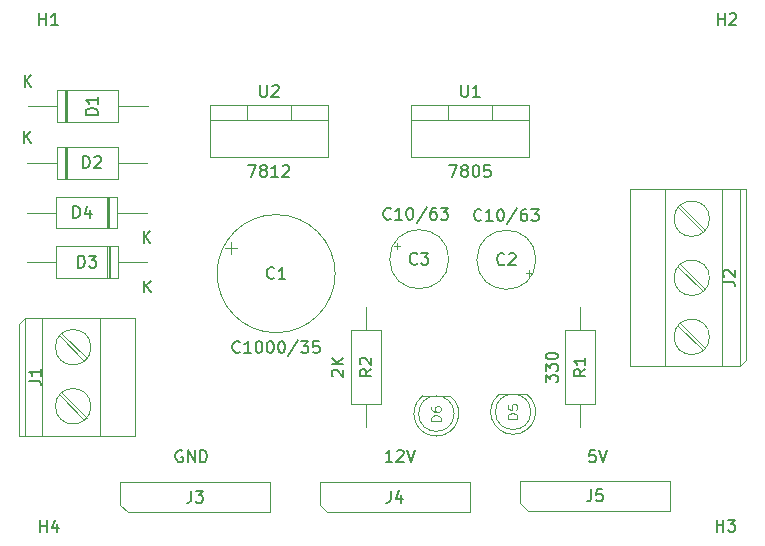
<source format=gbr>
%TF.GenerationSoftware,KiCad,Pcbnew,8.0.7*%
%TF.CreationDate,2025-08-08T15:29:20+05:30*%
%TF.ProjectId,power board_v1,706f7765-7220-4626-9f61-72645f76312e,rev?*%
%TF.SameCoordinates,Original*%
%TF.FileFunction,AssemblyDrawing,Top*%
%FSLAX46Y46*%
G04 Gerber Fmt 4.6, Leading zero omitted, Abs format (unit mm)*
G04 Created by KiCad (PCBNEW 8.0.7) date 2025-08-08 15:29:20*
%MOMM*%
%LPD*%
G01*
G04 APERTURE LIST*
%ADD10C,0.150000*%
%ADD11C,0.120000*%
%ADD12C,0.100000*%
G04 APERTURE END LIST*
D10*
X40351905Y-50904819D02*
X40351905Y-49904819D01*
X40351905Y-49904819D02*
X40590000Y-49904819D01*
X40590000Y-49904819D02*
X40732857Y-49952438D01*
X40732857Y-49952438D02*
X40828095Y-50047676D01*
X40828095Y-50047676D02*
X40875714Y-50142914D01*
X40875714Y-50142914D02*
X40923333Y-50333390D01*
X40923333Y-50333390D02*
X40923333Y-50476247D01*
X40923333Y-50476247D02*
X40875714Y-50666723D01*
X40875714Y-50666723D02*
X40828095Y-50761961D01*
X40828095Y-50761961D02*
X40732857Y-50857200D01*
X40732857Y-50857200D02*
X40590000Y-50904819D01*
X40590000Y-50904819D02*
X40351905Y-50904819D01*
X41304286Y-50000057D02*
X41351905Y-49952438D01*
X41351905Y-49952438D02*
X41447143Y-49904819D01*
X41447143Y-49904819D02*
X41685238Y-49904819D01*
X41685238Y-49904819D02*
X41780476Y-49952438D01*
X41780476Y-49952438D02*
X41828095Y-50000057D01*
X41828095Y-50000057D02*
X41875714Y-50095295D01*
X41875714Y-50095295D02*
X41875714Y-50190533D01*
X41875714Y-50190533D02*
X41828095Y-50333390D01*
X41828095Y-50333390D02*
X41256667Y-50904819D01*
X41256667Y-50904819D02*
X41875714Y-50904819D01*
X35358095Y-48804819D02*
X35358095Y-47804819D01*
X35929523Y-48804819D02*
X35500952Y-48233390D01*
X35929523Y-47804819D02*
X35358095Y-48376247D01*
X36688095Y-81729819D02*
X36688095Y-80729819D01*
X36688095Y-81206009D02*
X37259523Y-81206009D01*
X37259523Y-81729819D02*
X37259523Y-80729819D01*
X38164285Y-81063152D02*
X38164285Y-81729819D01*
X37926190Y-80682200D02*
X37688095Y-81396485D01*
X37688095Y-81396485D02*
X38307142Y-81396485D01*
X54338095Y-50649819D02*
X55004761Y-50649819D01*
X55004761Y-50649819D02*
X54576190Y-51649819D01*
X55528571Y-51078390D02*
X55433333Y-51030771D01*
X55433333Y-51030771D02*
X55385714Y-50983152D01*
X55385714Y-50983152D02*
X55338095Y-50887914D01*
X55338095Y-50887914D02*
X55338095Y-50840295D01*
X55338095Y-50840295D02*
X55385714Y-50745057D01*
X55385714Y-50745057D02*
X55433333Y-50697438D01*
X55433333Y-50697438D02*
X55528571Y-50649819D01*
X55528571Y-50649819D02*
X55719047Y-50649819D01*
X55719047Y-50649819D02*
X55814285Y-50697438D01*
X55814285Y-50697438D02*
X55861904Y-50745057D01*
X55861904Y-50745057D02*
X55909523Y-50840295D01*
X55909523Y-50840295D02*
X55909523Y-50887914D01*
X55909523Y-50887914D02*
X55861904Y-50983152D01*
X55861904Y-50983152D02*
X55814285Y-51030771D01*
X55814285Y-51030771D02*
X55719047Y-51078390D01*
X55719047Y-51078390D02*
X55528571Y-51078390D01*
X55528571Y-51078390D02*
X55433333Y-51126009D01*
X55433333Y-51126009D02*
X55385714Y-51173628D01*
X55385714Y-51173628D02*
X55338095Y-51268866D01*
X55338095Y-51268866D02*
X55338095Y-51459342D01*
X55338095Y-51459342D02*
X55385714Y-51554580D01*
X55385714Y-51554580D02*
X55433333Y-51602200D01*
X55433333Y-51602200D02*
X55528571Y-51649819D01*
X55528571Y-51649819D02*
X55719047Y-51649819D01*
X55719047Y-51649819D02*
X55814285Y-51602200D01*
X55814285Y-51602200D02*
X55861904Y-51554580D01*
X55861904Y-51554580D02*
X55909523Y-51459342D01*
X55909523Y-51459342D02*
X55909523Y-51268866D01*
X55909523Y-51268866D02*
X55861904Y-51173628D01*
X55861904Y-51173628D02*
X55814285Y-51126009D01*
X55814285Y-51126009D02*
X55719047Y-51078390D01*
X56861904Y-51649819D02*
X56290476Y-51649819D01*
X56576190Y-51649819D02*
X56576190Y-50649819D01*
X56576190Y-50649819D02*
X56480952Y-50792676D01*
X56480952Y-50792676D02*
X56385714Y-50887914D01*
X56385714Y-50887914D02*
X56290476Y-50935533D01*
X57242857Y-50745057D02*
X57290476Y-50697438D01*
X57290476Y-50697438D02*
X57385714Y-50649819D01*
X57385714Y-50649819D02*
X57623809Y-50649819D01*
X57623809Y-50649819D02*
X57719047Y-50697438D01*
X57719047Y-50697438D02*
X57766666Y-50745057D01*
X57766666Y-50745057D02*
X57814285Y-50840295D01*
X57814285Y-50840295D02*
X57814285Y-50935533D01*
X57814285Y-50935533D02*
X57766666Y-51078390D01*
X57766666Y-51078390D02*
X57195238Y-51649819D01*
X57195238Y-51649819D02*
X57814285Y-51649819D01*
X55338095Y-43879819D02*
X55338095Y-44689342D01*
X55338095Y-44689342D02*
X55385714Y-44784580D01*
X55385714Y-44784580D02*
X55433333Y-44832200D01*
X55433333Y-44832200D02*
X55528571Y-44879819D01*
X55528571Y-44879819D02*
X55719047Y-44879819D01*
X55719047Y-44879819D02*
X55814285Y-44832200D01*
X55814285Y-44832200D02*
X55861904Y-44784580D01*
X55861904Y-44784580D02*
X55909523Y-44689342D01*
X55909523Y-44689342D02*
X55909523Y-43879819D01*
X56338095Y-43975057D02*
X56385714Y-43927438D01*
X56385714Y-43927438D02*
X56480952Y-43879819D01*
X56480952Y-43879819D02*
X56719047Y-43879819D01*
X56719047Y-43879819D02*
X56814285Y-43927438D01*
X56814285Y-43927438D02*
X56861904Y-43975057D01*
X56861904Y-43975057D02*
X56909523Y-44070295D01*
X56909523Y-44070295D02*
X56909523Y-44165533D01*
X56909523Y-44165533D02*
X56861904Y-44308390D01*
X56861904Y-44308390D02*
X56290476Y-44879819D01*
X56290476Y-44879819D02*
X56909523Y-44879819D01*
X36638095Y-38804819D02*
X36638095Y-37804819D01*
X36638095Y-38281009D02*
X37209523Y-38281009D01*
X37209523Y-38804819D02*
X37209523Y-37804819D01*
X38209523Y-38804819D02*
X37638095Y-38804819D01*
X37923809Y-38804819D02*
X37923809Y-37804819D01*
X37923809Y-37804819D02*
X37828571Y-37947676D01*
X37828571Y-37947676D02*
X37733333Y-38042914D01*
X37733333Y-38042914D02*
X37638095Y-38090533D01*
X35383095Y-44029819D02*
X35383095Y-43029819D01*
X35954523Y-44029819D02*
X35525952Y-43458390D01*
X35954523Y-43029819D02*
X35383095Y-43601247D01*
X41569819Y-46413094D02*
X40569819Y-46413094D01*
X40569819Y-46413094D02*
X40569819Y-46174999D01*
X40569819Y-46174999D02*
X40617438Y-46032142D01*
X40617438Y-46032142D02*
X40712676Y-45936904D01*
X40712676Y-45936904D02*
X40807914Y-45889285D01*
X40807914Y-45889285D02*
X40998390Y-45841666D01*
X40998390Y-45841666D02*
X41141247Y-45841666D01*
X41141247Y-45841666D02*
X41331723Y-45889285D01*
X41331723Y-45889285D02*
X41426961Y-45936904D01*
X41426961Y-45936904D02*
X41522200Y-46032142D01*
X41522200Y-46032142D02*
X41569819Y-46174999D01*
X41569819Y-46174999D02*
X41569819Y-46413094D01*
X41569819Y-44889285D02*
X41569819Y-45460713D01*
X41569819Y-45174999D02*
X40569819Y-45174999D01*
X40569819Y-45174999D02*
X40712676Y-45270237D01*
X40712676Y-45270237D02*
X40807914Y-45365475D01*
X40807914Y-45365475D02*
X40855533Y-45460713D01*
X48733095Y-74852438D02*
X48637857Y-74804819D01*
X48637857Y-74804819D02*
X48495000Y-74804819D01*
X48495000Y-74804819D02*
X48352143Y-74852438D01*
X48352143Y-74852438D02*
X48256905Y-74947676D01*
X48256905Y-74947676D02*
X48209286Y-75042914D01*
X48209286Y-75042914D02*
X48161667Y-75233390D01*
X48161667Y-75233390D02*
X48161667Y-75376247D01*
X48161667Y-75376247D02*
X48209286Y-75566723D01*
X48209286Y-75566723D02*
X48256905Y-75661961D01*
X48256905Y-75661961D02*
X48352143Y-75757200D01*
X48352143Y-75757200D02*
X48495000Y-75804819D01*
X48495000Y-75804819D02*
X48590238Y-75804819D01*
X48590238Y-75804819D02*
X48733095Y-75757200D01*
X48733095Y-75757200D02*
X48780714Y-75709580D01*
X48780714Y-75709580D02*
X48780714Y-75376247D01*
X48780714Y-75376247D02*
X48590238Y-75376247D01*
X49209286Y-75804819D02*
X49209286Y-74804819D01*
X49209286Y-74804819D02*
X49780714Y-75804819D01*
X49780714Y-75804819D02*
X49780714Y-74804819D01*
X50256905Y-75804819D02*
X50256905Y-74804819D01*
X50256905Y-74804819D02*
X50495000Y-74804819D01*
X50495000Y-74804819D02*
X50637857Y-74852438D01*
X50637857Y-74852438D02*
X50733095Y-74947676D01*
X50733095Y-74947676D02*
X50780714Y-75042914D01*
X50780714Y-75042914D02*
X50828333Y-75233390D01*
X50828333Y-75233390D02*
X50828333Y-75376247D01*
X50828333Y-75376247D02*
X50780714Y-75566723D01*
X50780714Y-75566723D02*
X50733095Y-75661961D01*
X50733095Y-75661961D02*
X50637857Y-75757200D01*
X50637857Y-75757200D02*
X50495000Y-75804819D01*
X50495000Y-75804819D02*
X50256905Y-75804819D01*
X49491666Y-78229819D02*
X49491666Y-78944104D01*
X49491666Y-78944104D02*
X49444047Y-79086961D01*
X49444047Y-79086961D02*
X49348809Y-79182200D01*
X49348809Y-79182200D02*
X49205952Y-79229819D01*
X49205952Y-79229819D02*
X49110714Y-79229819D01*
X49872619Y-78229819D02*
X50491666Y-78229819D01*
X50491666Y-78229819D02*
X50158333Y-78610771D01*
X50158333Y-78610771D02*
X50301190Y-78610771D01*
X50301190Y-78610771D02*
X50396428Y-78658390D01*
X50396428Y-78658390D02*
X50444047Y-78706009D01*
X50444047Y-78706009D02*
X50491666Y-78801247D01*
X50491666Y-78801247D02*
X50491666Y-79039342D01*
X50491666Y-79039342D02*
X50444047Y-79134580D01*
X50444047Y-79134580D02*
X50396428Y-79182200D01*
X50396428Y-79182200D02*
X50301190Y-79229819D01*
X50301190Y-79229819D02*
X50015476Y-79229819D01*
X50015476Y-79229819D02*
X49920238Y-79182200D01*
X49920238Y-79182200D02*
X49872619Y-79134580D01*
X93988095Y-81679819D02*
X93988095Y-80679819D01*
X93988095Y-81156009D02*
X94559523Y-81156009D01*
X94559523Y-81679819D02*
X94559523Y-80679819D01*
X94940476Y-80679819D02*
X95559523Y-80679819D01*
X95559523Y-80679819D02*
X95226190Y-81060771D01*
X95226190Y-81060771D02*
X95369047Y-81060771D01*
X95369047Y-81060771D02*
X95464285Y-81108390D01*
X95464285Y-81108390D02*
X95511904Y-81156009D01*
X95511904Y-81156009D02*
X95559523Y-81251247D01*
X95559523Y-81251247D02*
X95559523Y-81489342D01*
X95559523Y-81489342D02*
X95511904Y-81584580D01*
X95511904Y-81584580D02*
X95464285Y-81632200D01*
X95464285Y-81632200D02*
X95369047Y-81679819D01*
X95369047Y-81679819D02*
X95083333Y-81679819D01*
X95083333Y-81679819D02*
X94988095Y-81632200D01*
X94988095Y-81632200D02*
X94940476Y-81584580D01*
X61480057Y-68535713D02*
X61432438Y-68488094D01*
X61432438Y-68488094D02*
X61384819Y-68392856D01*
X61384819Y-68392856D02*
X61384819Y-68154761D01*
X61384819Y-68154761D02*
X61432438Y-68059523D01*
X61432438Y-68059523D02*
X61480057Y-68011904D01*
X61480057Y-68011904D02*
X61575295Y-67964285D01*
X61575295Y-67964285D02*
X61670533Y-67964285D01*
X61670533Y-67964285D02*
X61813390Y-68011904D01*
X61813390Y-68011904D02*
X62384819Y-68583332D01*
X62384819Y-68583332D02*
X62384819Y-67964285D01*
X62384819Y-67535713D02*
X61384819Y-67535713D01*
X62384819Y-66964285D02*
X61813390Y-67392856D01*
X61384819Y-66964285D02*
X61956247Y-67535713D01*
X64754819Y-67916666D02*
X64278628Y-68249999D01*
X64754819Y-68488094D02*
X63754819Y-68488094D01*
X63754819Y-68488094D02*
X63754819Y-68107142D01*
X63754819Y-68107142D02*
X63802438Y-68011904D01*
X63802438Y-68011904D02*
X63850057Y-67964285D01*
X63850057Y-67964285D02*
X63945295Y-67916666D01*
X63945295Y-67916666D02*
X64088152Y-67916666D01*
X64088152Y-67916666D02*
X64183390Y-67964285D01*
X64183390Y-67964285D02*
X64231009Y-68011904D01*
X64231009Y-68011904D02*
X64278628Y-68107142D01*
X64278628Y-68107142D02*
X64278628Y-68488094D01*
X63850057Y-67535713D02*
X63802438Y-67488094D01*
X63802438Y-67488094D02*
X63754819Y-67392856D01*
X63754819Y-67392856D02*
X63754819Y-67154761D01*
X63754819Y-67154761D02*
X63802438Y-67059523D01*
X63802438Y-67059523D02*
X63850057Y-67011904D01*
X63850057Y-67011904D02*
X63945295Y-66964285D01*
X63945295Y-66964285D02*
X64040533Y-66964285D01*
X64040533Y-66964285D02*
X64183390Y-67011904D01*
X64183390Y-67011904D02*
X64754819Y-67583332D01*
X64754819Y-67583332D02*
X64754819Y-66964285D01*
D11*
X70613855Y-72290475D02*
X69813855Y-72290475D01*
X69813855Y-72290475D02*
X69813855Y-72099999D01*
X69813855Y-72099999D02*
X69851950Y-71985713D01*
X69851950Y-71985713D02*
X69928140Y-71909523D01*
X69928140Y-71909523D02*
X70004331Y-71871428D01*
X70004331Y-71871428D02*
X70156712Y-71833332D01*
X70156712Y-71833332D02*
X70270998Y-71833332D01*
X70270998Y-71833332D02*
X70423379Y-71871428D01*
X70423379Y-71871428D02*
X70499569Y-71909523D01*
X70499569Y-71909523D02*
X70575760Y-71985713D01*
X70575760Y-71985713D02*
X70613855Y-72099999D01*
X70613855Y-72099999D02*
X70613855Y-72290475D01*
X69813855Y-71147618D02*
X69813855Y-71299999D01*
X69813855Y-71299999D02*
X69851950Y-71376190D01*
X69851950Y-71376190D02*
X69890045Y-71414285D01*
X69890045Y-71414285D02*
X70004331Y-71490475D01*
X70004331Y-71490475D02*
X70156712Y-71528571D01*
X70156712Y-71528571D02*
X70461474Y-71528571D01*
X70461474Y-71528571D02*
X70537664Y-71490475D01*
X70537664Y-71490475D02*
X70575760Y-71452380D01*
X70575760Y-71452380D02*
X70613855Y-71376190D01*
X70613855Y-71376190D02*
X70613855Y-71223809D01*
X70613855Y-71223809D02*
X70575760Y-71147618D01*
X70575760Y-71147618D02*
X70537664Y-71109523D01*
X70537664Y-71109523D02*
X70461474Y-71071428D01*
X70461474Y-71071428D02*
X70270998Y-71071428D01*
X70270998Y-71071428D02*
X70194807Y-71109523D01*
X70194807Y-71109523D02*
X70156712Y-71147618D01*
X70156712Y-71147618D02*
X70118617Y-71223809D01*
X70118617Y-71223809D02*
X70118617Y-71376190D01*
X70118617Y-71376190D02*
X70156712Y-71452380D01*
X70156712Y-71452380D02*
X70194807Y-71490475D01*
X70194807Y-71490475D02*
X70270998Y-71528571D01*
D10*
X66530952Y-75779819D02*
X65959524Y-75779819D01*
X66245238Y-75779819D02*
X66245238Y-74779819D01*
X66245238Y-74779819D02*
X66150000Y-74922676D01*
X66150000Y-74922676D02*
X66054762Y-75017914D01*
X66054762Y-75017914D02*
X65959524Y-75065533D01*
X66911905Y-74875057D02*
X66959524Y-74827438D01*
X66959524Y-74827438D02*
X67054762Y-74779819D01*
X67054762Y-74779819D02*
X67292857Y-74779819D01*
X67292857Y-74779819D02*
X67388095Y-74827438D01*
X67388095Y-74827438D02*
X67435714Y-74875057D01*
X67435714Y-74875057D02*
X67483333Y-74970295D01*
X67483333Y-74970295D02*
X67483333Y-75065533D01*
X67483333Y-75065533D02*
X67435714Y-75208390D01*
X67435714Y-75208390D02*
X66864286Y-75779819D01*
X66864286Y-75779819D02*
X67483333Y-75779819D01*
X67769048Y-74779819D02*
X68102381Y-75779819D01*
X68102381Y-75779819D02*
X68435714Y-74779819D01*
X66391666Y-78229819D02*
X66391666Y-78944104D01*
X66391666Y-78944104D02*
X66344047Y-79086961D01*
X66344047Y-79086961D02*
X66248809Y-79182200D01*
X66248809Y-79182200D02*
X66105952Y-79229819D01*
X66105952Y-79229819D02*
X66010714Y-79229819D01*
X67296428Y-78563152D02*
X67296428Y-79229819D01*
X67058333Y-78182200D02*
X66820238Y-78896485D01*
X66820238Y-78896485D02*
X67439285Y-78896485D01*
X45493095Y-61429819D02*
X45493095Y-60429819D01*
X46064523Y-61429819D02*
X45635952Y-60858390D01*
X46064523Y-60429819D02*
X45493095Y-61001247D01*
X39936905Y-59329819D02*
X39936905Y-58329819D01*
X39936905Y-58329819D02*
X40175000Y-58329819D01*
X40175000Y-58329819D02*
X40317857Y-58377438D01*
X40317857Y-58377438D02*
X40413095Y-58472676D01*
X40413095Y-58472676D02*
X40460714Y-58567914D01*
X40460714Y-58567914D02*
X40508333Y-58758390D01*
X40508333Y-58758390D02*
X40508333Y-58901247D01*
X40508333Y-58901247D02*
X40460714Y-59091723D01*
X40460714Y-59091723D02*
X40413095Y-59186961D01*
X40413095Y-59186961D02*
X40317857Y-59282200D01*
X40317857Y-59282200D02*
X40175000Y-59329819D01*
X40175000Y-59329819D02*
X39936905Y-59329819D01*
X40841667Y-58329819D02*
X41460714Y-58329819D01*
X41460714Y-58329819D02*
X41127381Y-58710771D01*
X41127381Y-58710771D02*
X41270238Y-58710771D01*
X41270238Y-58710771D02*
X41365476Y-58758390D01*
X41365476Y-58758390D02*
X41413095Y-58806009D01*
X41413095Y-58806009D02*
X41460714Y-58901247D01*
X41460714Y-58901247D02*
X41460714Y-59139342D01*
X41460714Y-59139342D02*
X41413095Y-59234580D01*
X41413095Y-59234580D02*
X41365476Y-59282200D01*
X41365476Y-59282200D02*
X41270238Y-59329819D01*
X41270238Y-59329819D02*
X40984524Y-59329819D01*
X40984524Y-59329819D02*
X40889286Y-59282200D01*
X40889286Y-59282200D02*
X40841667Y-59234580D01*
X35754819Y-68908333D02*
X36469104Y-68908333D01*
X36469104Y-68908333D02*
X36611961Y-68955952D01*
X36611961Y-68955952D02*
X36707200Y-69051190D01*
X36707200Y-69051190D02*
X36754819Y-69194047D01*
X36754819Y-69194047D02*
X36754819Y-69289285D01*
X36754819Y-67908333D02*
X36754819Y-68479761D01*
X36754819Y-68194047D02*
X35754819Y-68194047D01*
X35754819Y-68194047D02*
X35897676Y-68289285D01*
X35897676Y-68289285D02*
X35992914Y-68384523D01*
X35992914Y-68384523D02*
X36040533Y-68479761D01*
X74061065Y-55284580D02*
X74013446Y-55332200D01*
X74013446Y-55332200D02*
X73870589Y-55379819D01*
X73870589Y-55379819D02*
X73775351Y-55379819D01*
X73775351Y-55379819D02*
X73632494Y-55332200D01*
X73632494Y-55332200D02*
X73537256Y-55236961D01*
X73537256Y-55236961D02*
X73489637Y-55141723D01*
X73489637Y-55141723D02*
X73442018Y-54951247D01*
X73442018Y-54951247D02*
X73442018Y-54808390D01*
X73442018Y-54808390D02*
X73489637Y-54617914D01*
X73489637Y-54617914D02*
X73537256Y-54522676D01*
X73537256Y-54522676D02*
X73632494Y-54427438D01*
X73632494Y-54427438D02*
X73775351Y-54379819D01*
X73775351Y-54379819D02*
X73870589Y-54379819D01*
X73870589Y-54379819D02*
X74013446Y-54427438D01*
X74013446Y-54427438D02*
X74061065Y-54475057D01*
X75013446Y-55379819D02*
X74442018Y-55379819D01*
X74727732Y-55379819D02*
X74727732Y-54379819D01*
X74727732Y-54379819D02*
X74632494Y-54522676D01*
X74632494Y-54522676D02*
X74537256Y-54617914D01*
X74537256Y-54617914D02*
X74442018Y-54665533D01*
X75632494Y-54379819D02*
X75727732Y-54379819D01*
X75727732Y-54379819D02*
X75822970Y-54427438D01*
X75822970Y-54427438D02*
X75870589Y-54475057D01*
X75870589Y-54475057D02*
X75918208Y-54570295D01*
X75918208Y-54570295D02*
X75965827Y-54760771D01*
X75965827Y-54760771D02*
X75965827Y-54998866D01*
X75965827Y-54998866D02*
X75918208Y-55189342D01*
X75918208Y-55189342D02*
X75870589Y-55284580D01*
X75870589Y-55284580D02*
X75822970Y-55332200D01*
X75822970Y-55332200D02*
X75727732Y-55379819D01*
X75727732Y-55379819D02*
X75632494Y-55379819D01*
X75632494Y-55379819D02*
X75537256Y-55332200D01*
X75537256Y-55332200D02*
X75489637Y-55284580D01*
X75489637Y-55284580D02*
X75442018Y-55189342D01*
X75442018Y-55189342D02*
X75394399Y-54998866D01*
X75394399Y-54998866D02*
X75394399Y-54760771D01*
X75394399Y-54760771D02*
X75442018Y-54570295D01*
X75442018Y-54570295D02*
X75489637Y-54475057D01*
X75489637Y-54475057D02*
X75537256Y-54427438D01*
X75537256Y-54427438D02*
X75632494Y-54379819D01*
X77108684Y-54332200D02*
X76251542Y-55617914D01*
X77870589Y-54379819D02*
X77680113Y-54379819D01*
X77680113Y-54379819D02*
X77584875Y-54427438D01*
X77584875Y-54427438D02*
X77537256Y-54475057D01*
X77537256Y-54475057D02*
X77442018Y-54617914D01*
X77442018Y-54617914D02*
X77394399Y-54808390D01*
X77394399Y-54808390D02*
X77394399Y-55189342D01*
X77394399Y-55189342D02*
X77442018Y-55284580D01*
X77442018Y-55284580D02*
X77489637Y-55332200D01*
X77489637Y-55332200D02*
X77584875Y-55379819D01*
X77584875Y-55379819D02*
X77775351Y-55379819D01*
X77775351Y-55379819D02*
X77870589Y-55332200D01*
X77870589Y-55332200D02*
X77918208Y-55284580D01*
X77918208Y-55284580D02*
X77965827Y-55189342D01*
X77965827Y-55189342D02*
X77965827Y-54951247D01*
X77965827Y-54951247D02*
X77918208Y-54856009D01*
X77918208Y-54856009D02*
X77870589Y-54808390D01*
X77870589Y-54808390D02*
X77775351Y-54760771D01*
X77775351Y-54760771D02*
X77584875Y-54760771D01*
X77584875Y-54760771D02*
X77489637Y-54808390D01*
X77489637Y-54808390D02*
X77442018Y-54856009D01*
X77442018Y-54856009D02*
X77394399Y-54951247D01*
X78299161Y-54379819D02*
X78918208Y-54379819D01*
X78918208Y-54379819D02*
X78584875Y-54760771D01*
X78584875Y-54760771D02*
X78727732Y-54760771D01*
X78727732Y-54760771D02*
X78822970Y-54808390D01*
X78822970Y-54808390D02*
X78870589Y-54856009D01*
X78870589Y-54856009D02*
X78918208Y-54951247D01*
X78918208Y-54951247D02*
X78918208Y-55189342D01*
X78918208Y-55189342D02*
X78870589Y-55284580D01*
X78870589Y-55284580D02*
X78822970Y-55332200D01*
X78822970Y-55332200D02*
X78727732Y-55379819D01*
X78727732Y-55379819D02*
X78442018Y-55379819D01*
X78442018Y-55379819D02*
X78346780Y-55332200D01*
X78346780Y-55332200D02*
X78299161Y-55284580D01*
X76013446Y-59034580D02*
X75965827Y-59082200D01*
X75965827Y-59082200D02*
X75822970Y-59129819D01*
X75822970Y-59129819D02*
X75727732Y-59129819D01*
X75727732Y-59129819D02*
X75584875Y-59082200D01*
X75584875Y-59082200D02*
X75489637Y-58986961D01*
X75489637Y-58986961D02*
X75442018Y-58891723D01*
X75442018Y-58891723D02*
X75394399Y-58701247D01*
X75394399Y-58701247D02*
X75394399Y-58558390D01*
X75394399Y-58558390D02*
X75442018Y-58367914D01*
X75442018Y-58367914D02*
X75489637Y-58272676D01*
X75489637Y-58272676D02*
X75584875Y-58177438D01*
X75584875Y-58177438D02*
X75727732Y-58129819D01*
X75727732Y-58129819D02*
X75822970Y-58129819D01*
X75822970Y-58129819D02*
X75965827Y-58177438D01*
X75965827Y-58177438D02*
X76013446Y-58225057D01*
X76394399Y-58225057D02*
X76442018Y-58177438D01*
X76442018Y-58177438D02*
X76537256Y-58129819D01*
X76537256Y-58129819D02*
X76775351Y-58129819D01*
X76775351Y-58129819D02*
X76870589Y-58177438D01*
X76870589Y-58177438D02*
X76918208Y-58225057D01*
X76918208Y-58225057D02*
X76965827Y-58320295D01*
X76965827Y-58320295D02*
X76965827Y-58415533D01*
X76965827Y-58415533D02*
X76918208Y-58558390D01*
X76918208Y-58558390D02*
X76346780Y-59129819D01*
X76346780Y-59129819D02*
X76965827Y-59129819D01*
X94529819Y-60533333D02*
X95244104Y-60533333D01*
X95244104Y-60533333D02*
X95386961Y-60580952D01*
X95386961Y-60580952D02*
X95482200Y-60676190D01*
X95482200Y-60676190D02*
X95529819Y-60819047D01*
X95529819Y-60819047D02*
X95529819Y-60914285D01*
X94625057Y-60104761D02*
X94577438Y-60057142D01*
X94577438Y-60057142D02*
X94529819Y-59961904D01*
X94529819Y-59961904D02*
X94529819Y-59723809D01*
X94529819Y-59723809D02*
X94577438Y-59628571D01*
X94577438Y-59628571D02*
X94625057Y-59580952D01*
X94625057Y-59580952D02*
X94720295Y-59533333D01*
X94720295Y-59533333D02*
X94815533Y-59533333D01*
X94815533Y-59533333D02*
X94958390Y-59580952D01*
X94958390Y-59580952D02*
X95529819Y-60152380D01*
X95529819Y-60152380D02*
X95529819Y-59533333D01*
X71363095Y-50649819D02*
X72029761Y-50649819D01*
X72029761Y-50649819D02*
X71601190Y-51649819D01*
X72553571Y-51078390D02*
X72458333Y-51030771D01*
X72458333Y-51030771D02*
X72410714Y-50983152D01*
X72410714Y-50983152D02*
X72363095Y-50887914D01*
X72363095Y-50887914D02*
X72363095Y-50840295D01*
X72363095Y-50840295D02*
X72410714Y-50745057D01*
X72410714Y-50745057D02*
X72458333Y-50697438D01*
X72458333Y-50697438D02*
X72553571Y-50649819D01*
X72553571Y-50649819D02*
X72744047Y-50649819D01*
X72744047Y-50649819D02*
X72839285Y-50697438D01*
X72839285Y-50697438D02*
X72886904Y-50745057D01*
X72886904Y-50745057D02*
X72934523Y-50840295D01*
X72934523Y-50840295D02*
X72934523Y-50887914D01*
X72934523Y-50887914D02*
X72886904Y-50983152D01*
X72886904Y-50983152D02*
X72839285Y-51030771D01*
X72839285Y-51030771D02*
X72744047Y-51078390D01*
X72744047Y-51078390D02*
X72553571Y-51078390D01*
X72553571Y-51078390D02*
X72458333Y-51126009D01*
X72458333Y-51126009D02*
X72410714Y-51173628D01*
X72410714Y-51173628D02*
X72363095Y-51268866D01*
X72363095Y-51268866D02*
X72363095Y-51459342D01*
X72363095Y-51459342D02*
X72410714Y-51554580D01*
X72410714Y-51554580D02*
X72458333Y-51602200D01*
X72458333Y-51602200D02*
X72553571Y-51649819D01*
X72553571Y-51649819D02*
X72744047Y-51649819D01*
X72744047Y-51649819D02*
X72839285Y-51602200D01*
X72839285Y-51602200D02*
X72886904Y-51554580D01*
X72886904Y-51554580D02*
X72934523Y-51459342D01*
X72934523Y-51459342D02*
X72934523Y-51268866D01*
X72934523Y-51268866D02*
X72886904Y-51173628D01*
X72886904Y-51173628D02*
X72839285Y-51126009D01*
X72839285Y-51126009D02*
X72744047Y-51078390D01*
X73553571Y-50649819D02*
X73648809Y-50649819D01*
X73648809Y-50649819D02*
X73744047Y-50697438D01*
X73744047Y-50697438D02*
X73791666Y-50745057D01*
X73791666Y-50745057D02*
X73839285Y-50840295D01*
X73839285Y-50840295D02*
X73886904Y-51030771D01*
X73886904Y-51030771D02*
X73886904Y-51268866D01*
X73886904Y-51268866D02*
X73839285Y-51459342D01*
X73839285Y-51459342D02*
X73791666Y-51554580D01*
X73791666Y-51554580D02*
X73744047Y-51602200D01*
X73744047Y-51602200D02*
X73648809Y-51649819D01*
X73648809Y-51649819D02*
X73553571Y-51649819D01*
X73553571Y-51649819D02*
X73458333Y-51602200D01*
X73458333Y-51602200D02*
X73410714Y-51554580D01*
X73410714Y-51554580D02*
X73363095Y-51459342D01*
X73363095Y-51459342D02*
X73315476Y-51268866D01*
X73315476Y-51268866D02*
X73315476Y-51030771D01*
X73315476Y-51030771D02*
X73363095Y-50840295D01*
X73363095Y-50840295D02*
X73410714Y-50745057D01*
X73410714Y-50745057D02*
X73458333Y-50697438D01*
X73458333Y-50697438D02*
X73553571Y-50649819D01*
X74791666Y-50649819D02*
X74315476Y-50649819D01*
X74315476Y-50649819D02*
X74267857Y-51126009D01*
X74267857Y-51126009D02*
X74315476Y-51078390D01*
X74315476Y-51078390D02*
X74410714Y-51030771D01*
X74410714Y-51030771D02*
X74648809Y-51030771D01*
X74648809Y-51030771D02*
X74744047Y-51078390D01*
X74744047Y-51078390D02*
X74791666Y-51126009D01*
X74791666Y-51126009D02*
X74839285Y-51221247D01*
X74839285Y-51221247D02*
X74839285Y-51459342D01*
X74839285Y-51459342D02*
X74791666Y-51554580D01*
X74791666Y-51554580D02*
X74744047Y-51602200D01*
X74744047Y-51602200D02*
X74648809Y-51649819D01*
X74648809Y-51649819D02*
X74410714Y-51649819D01*
X74410714Y-51649819D02*
X74315476Y-51602200D01*
X74315476Y-51602200D02*
X74267857Y-51554580D01*
X72363095Y-43879819D02*
X72363095Y-44689342D01*
X72363095Y-44689342D02*
X72410714Y-44784580D01*
X72410714Y-44784580D02*
X72458333Y-44832200D01*
X72458333Y-44832200D02*
X72553571Y-44879819D01*
X72553571Y-44879819D02*
X72744047Y-44879819D01*
X72744047Y-44879819D02*
X72839285Y-44832200D01*
X72839285Y-44832200D02*
X72886904Y-44784580D01*
X72886904Y-44784580D02*
X72934523Y-44689342D01*
X72934523Y-44689342D02*
X72934523Y-43879819D01*
X73934523Y-44879819D02*
X73363095Y-44879819D01*
X73648809Y-44879819D02*
X73648809Y-43879819D01*
X73648809Y-43879819D02*
X73553571Y-44022676D01*
X73553571Y-44022676D02*
X73458333Y-44117914D01*
X73458333Y-44117914D02*
X73363095Y-44165533D01*
X39521905Y-55129819D02*
X39521905Y-54129819D01*
X39521905Y-54129819D02*
X39760000Y-54129819D01*
X39760000Y-54129819D02*
X39902857Y-54177438D01*
X39902857Y-54177438D02*
X39998095Y-54272676D01*
X39998095Y-54272676D02*
X40045714Y-54367914D01*
X40045714Y-54367914D02*
X40093333Y-54558390D01*
X40093333Y-54558390D02*
X40093333Y-54701247D01*
X40093333Y-54701247D02*
X40045714Y-54891723D01*
X40045714Y-54891723D02*
X39998095Y-54986961D01*
X39998095Y-54986961D02*
X39902857Y-55082200D01*
X39902857Y-55082200D02*
X39760000Y-55129819D01*
X39760000Y-55129819D02*
X39521905Y-55129819D01*
X40950476Y-54463152D02*
X40950476Y-55129819D01*
X40712381Y-54082200D02*
X40474286Y-54796485D01*
X40474286Y-54796485D02*
X41093333Y-54796485D01*
X45468095Y-57229819D02*
X45468095Y-56229819D01*
X46039523Y-57229819D02*
X45610952Y-56658390D01*
X46039523Y-56229819D02*
X45468095Y-56801247D01*
X66386065Y-55184580D02*
X66338446Y-55232200D01*
X66338446Y-55232200D02*
X66195589Y-55279819D01*
X66195589Y-55279819D02*
X66100351Y-55279819D01*
X66100351Y-55279819D02*
X65957494Y-55232200D01*
X65957494Y-55232200D02*
X65862256Y-55136961D01*
X65862256Y-55136961D02*
X65814637Y-55041723D01*
X65814637Y-55041723D02*
X65767018Y-54851247D01*
X65767018Y-54851247D02*
X65767018Y-54708390D01*
X65767018Y-54708390D02*
X65814637Y-54517914D01*
X65814637Y-54517914D02*
X65862256Y-54422676D01*
X65862256Y-54422676D02*
X65957494Y-54327438D01*
X65957494Y-54327438D02*
X66100351Y-54279819D01*
X66100351Y-54279819D02*
X66195589Y-54279819D01*
X66195589Y-54279819D02*
X66338446Y-54327438D01*
X66338446Y-54327438D02*
X66386065Y-54375057D01*
X67338446Y-55279819D02*
X66767018Y-55279819D01*
X67052732Y-55279819D02*
X67052732Y-54279819D01*
X67052732Y-54279819D02*
X66957494Y-54422676D01*
X66957494Y-54422676D02*
X66862256Y-54517914D01*
X66862256Y-54517914D02*
X66767018Y-54565533D01*
X67957494Y-54279819D02*
X68052732Y-54279819D01*
X68052732Y-54279819D02*
X68147970Y-54327438D01*
X68147970Y-54327438D02*
X68195589Y-54375057D01*
X68195589Y-54375057D02*
X68243208Y-54470295D01*
X68243208Y-54470295D02*
X68290827Y-54660771D01*
X68290827Y-54660771D02*
X68290827Y-54898866D01*
X68290827Y-54898866D02*
X68243208Y-55089342D01*
X68243208Y-55089342D02*
X68195589Y-55184580D01*
X68195589Y-55184580D02*
X68147970Y-55232200D01*
X68147970Y-55232200D02*
X68052732Y-55279819D01*
X68052732Y-55279819D02*
X67957494Y-55279819D01*
X67957494Y-55279819D02*
X67862256Y-55232200D01*
X67862256Y-55232200D02*
X67814637Y-55184580D01*
X67814637Y-55184580D02*
X67767018Y-55089342D01*
X67767018Y-55089342D02*
X67719399Y-54898866D01*
X67719399Y-54898866D02*
X67719399Y-54660771D01*
X67719399Y-54660771D02*
X67767018Y-54470295D01*
X67767018Y-54470295D02*
X67814637Y-54375057D01*
X67814637Y-54375057D02*
X67862256Y-54327438D01*
X67862256Y-54327438D02*
X67957494Y-54279819D01*
X69433684Y-54232200D02*
X68576542Y-55517914D01*
X70195589Y-54279819D02*
X70005113Y-54279819D01*
X70005113Y-54279819D02*
X69909875Y-54327438D01*
X69909875Y-54327438D02*
X69862256Y-54375057D01*
X69862256Y-54375057D02*
X69767018Y-54517914D01*
X69767018Y-54517914D02*
X69719399Y-54708390D01*
X69719399Y-54708390D02*
X69719399Y-55089342D01*
X69719399Y-55089342D02*
X69767018Y-55184580D01*
X69767018Y-55184580D02*
X69814637Y-55232200D01*
X69814637Y-55232200D02*
X69909875Y-55279819D01*
X69909875Y-55279819D02*
X70100351Y-55279819D01*
X70100351Y-55279819D02*
X70195589Y-55232200D01*
X70195589Y-55232200D02*
X70243208Y-55184580D01*
X70243208Y-55184580D02*
X70290827Y-55089342D01*
X70290827Y-55089342D02*
X70290827Y-54851247D01*
X70290827Y-54851247D02*
X70243208Y-54756009D01*
X70243208Y-54756009D02*
X70195589Y-54708390D01*
X70195589Y-54708390D02*
X70100351Y-54660771D01*
X70100351Y-54660771D02*
X69909875Y-54660771D01*
X69909875Y-54660771D02*
X69814637Y-54708390D01*
X69814637Y-54708390D02*
X69767018Y-54756009D01*
X69767018Y-54756009D02*
X69719399Y-54851247D01*
X70624161Y-54279819D02*
X71243208Y-54279819D01*
X71243208Y-54279819D02*
X70909875Y-54660771D01*
X70909875Y-54660771D02*
X71052732Y-54660771D01*
X71052732Y-54660771D02*
X71147970Y-54708390D01*
X71147970Y-54708390D02*
X71195589Y-54756009D01*
X71195589Y-54756009D02*
X71243208Y-54851247D01*
X71243208Y-54851247D02*
X71243208Y-55089342D01*
X71243208Y-55089342D02*
X71195589Y-55184580D01*
X71195589Y-55184580D02*
X71147970Y-55232200D01*
X71147970Y-55232200D02*
X71052732Y-55279819D01*
X71052732Y-55279819D02*
X70767018Y-55279819D01*
X70767018Y-55279819D02*
X70671780Y-55232200D01*
X70671780Y-55232200D02*
X70624161Y-55184580D01*
X68633333Y-58984580D02*
X68585714Y-59032200D01*
X68585714Y-59032200D02*
X68442857Y-59079819D01*
X68442857Y-59079819D02*
X68347619Y-59079819D01*
X68347619Y-59079819D02*
X68204762Y-59032200D01*
X68204762Y-59032200D02*
X68109524Y-58936961D01*
X68109524Y-58936961D02*
X68061905Y-58841723D01*
X68061905Y-58841723D02*
X68014286Y-58651247D01*
X68014286Y-58651247D02*
X68014286Y-58508390D01*
X68014286Y-58508390D02*
X68061905Y-58317914D01*
X68061905Y-58317914D02*
X68109524Y-58222676D01*
X68109524Y-58222676D02*
X68204762Y-58127438D01*
X68204762Y-58127438D02*
X68347619Y-58079819D01*
X68347619Y-58079819D02*
X68442857Y-58079819D01*
X68442857Y-58079819D02*
X68585714Y-58127438D01*
X68585714Y-58127438D02*
X68633333Y-58175057D01*
X68966667Y-58079819D02*
X69585714Y-58079819D01*
X69585714Y-58079819D02*
X69252381Y-58460771D01*
X69252381Y-58460771D02*
X69395238Y-58460771D01*
X69395238Y-58460771D02*
X69490476Y-58508390D01*
X69490476Y-58508390D02*
X69538095Y-58556009D01*
X69538095Y-58556009D02*
X69585714Y-58651247D01*
X69585714Y-58651247D02*
X69585714Y-58889342D01*
X69585714Y-58889342D02*
X69538095Y-58984580D01*
X69538095Y-58984580D02*
X69490476Y-59032200D01*
X69490476Y-59032200D02*
X69395238Y-59079819D01*
X69395238Y-59079819D02*
X69109524Y-59079819D01*
X69109524Y-59079819D02*
X69014286Y-59032200D01*
X69014286Y-59032200D02*
X68966667Y-58984580D01*
D11*
X77113855Y-72140475D02*
X76313855Y-72140475D01*
X76313855Y-72140475D02*
X76313855Y-71949999D01*
X76313855Y-71949999D02*
X76351950Y-71835713D01*
X76351950Y-71835713D02*
X76428140Y-71759523D01*
X76428140Y-71759523D02*
X76504331Y-71721428D01*
X76504331Y-71721428D02*
X76656712Y-71683332D01*
X76656712Y-71683332D02*
X76770998Y-71683332D01*
X76770998Y-71683332D02*
X76923379Y-71721428D01*
X76923379Y-71721428D02*
X76999569Y-71759523D01*
X76999569Y-71759523D02*
X77075760Y-71835713D01*
X77075760Y-71835713D02*
X77113855Y-71949999D01*
X77113855Y-71949999D02*
X77113855Y-72140475D01*
X76313855Y-70959523D02*
X76313855Y-71340475D01*
X76313855Y-71340475D02*
X76694807Y-71378571D01*
X76694807Y-71378571D02*
X76656712Y-71340475D01*
X76656712Y-71340475D02*
X76618617Y-71264285D01*
X76618617Y-71264285D02*
X76618617Y-71073809D01*
X76618617Y-71073809D02*
X76656712Y-70997618D01*
X76656712Y-70997618D02*
X76694807Y-70959523D01*
X76694807Y-70959523D02*
X76770998Y-70921428D01*
X76770998Y-70921428D02*
X76961474Y-70921428D01*
X76961474Y-70921428D02*
X77037664Y-70959523D01*
X77037664Y-70959523D02*
X77075760Y-70997618D01*
X77075760Y-70997618D02*
X77113855Y-71073809D01*
X77113855Y-71073809D02*
X77113855Y-71264285D01*
X77113855Y-71264285D02*
X77075760Y-71340475D01*
X77075760Y-71340475D02*
X77037664Y-71378571D01*
D10*
X83724523Y-74804819D02*
X83248333Y-74804819D01*
X83248333Y-74804819D02*
X83200714Y-75281009D01*
X83200714Y-75281009D02*
X83248333Y-75233390D01*
X83248333Y-75233390D02*
X83343571Y-75185771D01*
X83343571Y-75185771D02*
X83581666Y-75185771D01*
X83581666Y-75185771D02*
X83676904Y-75233390D01*
X83676904Y-75233390D02*
X83724523Y-75281009D01*
X83724523Y-75281009D02*
X83772142Y-75376247D01*
X83772142Y-75376247D02*
X83772142Y-75614342D01*
X83772142Y-75614342D02*
X83724523Y-75709580D01*
X83724523Y-75709580D02*
X83676904Y-75757200D01*
X83676904Y-75757200D02*
X83581666Y-75804819D01*
X83581666Y-75804819D02*
X83343571Y-75804819D01*
X83343571Y-75804819D02*
X83248333Y-75757200D01*
X83248333Y-75757200D02*
X83200714Y-75709580D01*
X84057857Y-74804819D02*
X84391190Y-75804819D01*
X84391190Y-75804819D02*
X84724523Y-74804819D01*
X83366666Y-78104819D02*
X83366666Y-78819104D01*
X83366666Y-78819104D02*
X83319047Y-78961961D01*
X83319047Y-78961961D02*
X83223809Y-79057200D01*
X83223809Y-79057200D02*
X83080952Y-79104819D01*
X83080952Y-79104819D02*
X82985714Y-79104819D01*
X84319047Y-78104819D02*
X83842857Y-78104819D01*
X83842857Y-78104819D02*
X83795238Y-78581009D01*
X83795238Y-78581009D02*
X83842857Y-78533390D01*
X83842857Y-78533390D02*
X83938095Y-78485771D01*
X83938095Y-78485771D02*
X84176190Y-78485771D01*
X84176190Y-78485771D02*
X84271428Y-78533390D01*
X84271428Y-78533390D02*
X84319047Y-78581009D01*
X84319047Y-78581009D02*
X84366666Y-78676247D01*
X84366666Y-78676247D02*
X84366666Y-78914342D01*
X84366666Y-78914342D02*
X84319047Y-79009580D01*
X84319047Y-79009580D02*
X84271428Y-79057200D01*
X84271428Y-79057200D02*
X84176190Y-79104819D01*
X84176190Y-79104819D02*
X83938095Y-79104819D01*
X83938095Y-79104819D02*
X83842857Y-79057200D01*
X83842857Y-79057200D02*
X83795238Y-79009580D01*
X94088095Y-38804819D02*
X94088095Y-37804819D01*
X94088095Y-38281009D02*
X94659523Y-38281009D01*
X94659523Y-38804819D02*
X94659523Y-37804819D01*
X95088095Y-37900057D02*
X95135714Y-37852438D01*
X95135714Y-37852438D02*
X95230952Y-37804819D01*
X95230952Y-37804819D02*
X95469047Y-37804819D01*
X95469047Y-37804819D02*
X95564285Y-37852438D01*
X95564285Y-37852438D02*
X95611904Y-37900057D01*
X95611904Y-37900057D02*
X95659523Y-37995295D01*
X95659523Y-37995295D02*
X95659523Y-38090533D01*
X95659523Y-38090533D02*
X95611904Y-38233390D01*
X95611904Y-38233390D02*
X95040476Y-38804819D01*
X95040476Y-38804819D02*
X95659523Y-38804819D01*
X79509819Y-69060713D02*
X79509819Y-68441666D01*
X79509819Y-68441666D02*
X79890771Y-68774999D01*
X79890771Y-68774999D02*
X79890771Y-68632142D01*
X79890771Y-68632142D02*
X79938390Y-68536904D01*
X79938390Y-68536904D02*
X79986009Y-68489285D01*
X79986009Y-68489285D02*
X80081247Y-68441666D01*
X80081247Y-68441666D02*
X80319342Y-68441666D01*
X80319342Y-68441666D02*
X80414580Y-68489285D01*
X80414580Y-68489285D02*
X80462200Y-68536904D01*
X80462200Y-68536904D02*
X80509819Y-68632142D01*
X80509819Y-68632142D02*
X80509819Y-68917856D01*
X80509819Y-68917856D02*
X80462200Y-69013094D01*
X80462200Y-69013094D02*
X80414580Y-69060713D01*
X79509819Y-68108332D02*
X79509819Y-67489285D01*
X79509819Y-67489285D02*
X79890771Y-67822618D01*
X79890771Y-67822618D02*
X79890771Y-67679761D01*
X79890771Y-67679761D02*
X79938390Y-67584523D01*
X79938390Y-67584523D02*
X79986009Y-67536904D01*
X79986009Y-67536904D02*
X80081247Y-67489285D01*
X80081247Y-67489285D02*
X80319342Y-67489285D01*
X80319342Y-67489285D02*
X80414580Y-67536904D01*
X80414580Y-67536904D02*
X80462200Y-67584523D01*
X80462200Y-67584523D02*
X80509819Y-67679761D01*
X80509819Y-67679761D02*
X80509819Y-67965475D01*
X80509819Y-67965475D02*
X80462200Y-68060713D01*
X80462200Y-68060713D02*
X80414580Y-68108332D01*
X79509819Y-66870237D02*
X79509819Y-66774999D01*
X79509819Y-66774999D02*
X79557438Y-66679761D01*
X79557438Y-66679761D02*
X79605057Y-66632142D01*
X79605057Y-66632142D02*
X79700295Y-66584523D01*
X79700295Y-66584523D02*
X79890771Y-66536904D01*
X79890771Y-66536904D02*
X80128866Y-66536904D01*
X80128866Y-66536904D02*
X80319342Y-66584523D01*
X80319342Y-66584523D02*
X80414580Y-66632142D01*
X80414580Y-66632142D02*
X80462200Y-66679761D01*
X80462200Y-66679761D02*
X80509819Y-66774999D01*
X80509819Y-66774999D02*
X80509819Y-66870237D01*
X80509819Y-66870237D02*
X80462200Y-66965475D01*
X80462200Y-66965475D02*
X80414580Y-67013094D01*
X80414580Y-67013094D02*
X80319342Y-67060713D01*
X80319342Y-67060713D02*
X80128866Y-67108332D01*
X80128866Y-67108332D02*
X79890771Y-67108332D01*
X79890771Y-67108332D02*
X79700295Y-67060713D01*
X79700295Y-67060713D02*
X79605057Y-67013094D01*
X79605057Y-67013094D02*
X79557438Y-66965475D01*
X79557438Y-66965475D02*
X79509819Y-66870237D01*
X82879819Y-67941666D02*
X82403628Y-68274999D01*
X82879819Y-68513094D02*
X81879819Y-68513094D01*
X81879819Y-68513094D02*
X81879819Y-68132142D01*
X81879819Y-68132142D02*
X81927438Y-68036904D01*
X81927438Y-68036904D02*
X81975057Y-67989285D01*
X81975057Y-67989285D02*
X82070295Y-67941666D01*
X82070295Y-67941666D02*
X82213152Y-67941666D01*
X82213152Y-67941666D02*
X82308390Y-67989285D01*
X82308390Y-67989285D02*
X82356009Y-68036904D01*
X82356009Y-68036904D02*
X82403628Y-68132142D01*
X82403628Y-68132142D02*
X82403628Y-68513094D01*
X82879819Y-66989285D02*
X82879819Y-67560713D01*
X82879819Y-67274999D02*
X81879819Y-67274999D01*
X81879819Y-67274999D02*
X82022676Y-67370237D01*
X82022676Y-67370237D02*
X82117914Y-67465475D01*
X82117914Y-67465475D02*
X82165533Y-67560713D01*
X53610894Y-66459580D02*
X53563275Y-66507200D01*
X53563275Y-66507200D02*
X53420418Y-66554819D01*
X53420418Y-66554819D02*
X53325180Y-66554819D01*
X53325180Y-66554819D02*
X53182323Y-66507200D01*
X53182323Y-66507200D02*
X53087085Y-66411961D01*
X53087085Y-66411961D02*
X53039466Y-66316723D01*
X53039466Y-66316723D02*
X52991847Y-66126247D01*
X52991847Y-66126247D02*
X52991847Y-65983390D01*
X52991847Y-65983390D02*
X53039466Y-65792914D01*
X53039466Y-65792914D02*
X53087085Y-65697676D01*
X53087085Y-65697676D02*
X53182323Y-65602438D01*
X53182323Y-65602438D02*
X53325180Y-65554819D01*
X53325180Y-65554819D02*
X53420418Y-65554819D01*
X53420418Y-65554819D02*
X53563275Y-65602438D01*
X53563275Y-65602438D02*
X53610894Y-65650057D01*
X54563275Y-66554819D02*
X53991847Y-66554819D01*
X54277561Y-66554819D02*
X54277561Y-65554819D01*
X54277561Y-65554819D02*
X54182323Y-65697676D01*
X54182323Y-65697676D02*
X54087085Y-65792914D01*
X54087085Y-65792914D02*
X53991847Y-65840533D01*
X55182323Y-65554819D02*
X55277561Y-65554819D01*
X55277561Y-65554819D02*
X55372799Y-65602438D01*
X55372799Y-65602438D02*
X55420418Y-65650057D01*
X55420418Y-65650057D02*
X55468037Y-65745295D01*
X55468037Y-65745295D02*
X55515656Y-65935771D01*
X55515656Y-65935771D02*
X55515656Y-66173866D01*
X55515656Y-66173866D02*
X55468037Y-66364342D01*
X55468037Y-66364342D02*
X55420418Y-66459580D01*
X55420418Y-66459580D02*
X55372799Y-66507200D01*
X55372799Y-66507200D02*
X55277561Y-66554819D01*
X55277561Y-66554819D02*
X55182323Y-66554819D01*
X55182323Y-66554819D02*
X55087085Y-66507200D01*
X55087085Y-66507200D02*
X55039466Y-66459580D01*
X55039466Y-66459580D02*
X54991847Y-66364342D01*
X54991847Y-66364342D02*
X54944228Y-66173866D01*
X54944228Y-66173866D02*
X54944228Y-65935771D01*
X54944228Y-65935771D02*
X54991847Y-65745295D01*
X54991847Y-65745295D02*
X55039466Y-65650057D01*
X55039466Y-65650057D02*
X55087085Y-65602438D01*
X55087085Y-65602438D02*
X55182323Y-65554819D01*
X56134704Y-65554819D02*
X56229942Y-65554819D01*
X56229942Y-65554819D02*
X56325180Y-65602438D01*
X56325180Y-65602438D02*
X56372799Y-65650057D01*
X56372799Y-65650057D02*
X56420418Y-65745295D01*
X56420418Y-65745295D02*
X56468037Y-65935771D01*
X56468037Y-65935771D02*
X56468037Y-66173866D01*
X56468037Y-66173866D02*
X56420418Y-66364342D01*
X56420418Y-66364342D02*
X56372799Y-66459580D01*
X56372799Y-66459580D02*
X56325180Y-66507200D01*
X56325180Y-66507200D02*
X56229942Y-66554819D01*
X56229942Y-66554819D02*
X56134704Y-66554819D01*
X56134704Y-66554819D02*
X56039466Y-66507200D01*
X56039466Y-66507200D02*
X55991847Y-66459580D01*
X55991847Y-66459580D02*
X55944228Y-66364342D01*
X55944228Y-66364342D02*
X55896609Y-66173866D01*
X55896609Y-66173866D02*
X55896609Y-65935771D01*
X55896609Y-65935771D02*
X55944228Y-65745295D01*
X55944228Y-65745295D02*
X55991847Y-65650057D01*
X55991847Y-65650057D02*
X56039466Y-65602438D01*
X56039466Y-65602438D02*
X56134704Y-65554819D01*
X57087085Y-65554819D02*
X57182323Y-65554819D01*
X57182323Y-65554819D02*
X57277561Y-65602438D01*
X57277561Y-65602438D02*
X57325180Y-65650057D01*
X57325180Y-65650057D02*
X57372799Y-65745295D01*
X57372799Y-65745295D02*
X57420418Y-65935771D01*
X57420418Y-65935771D02*
X57420418Y-66173866D01*
X57420418Y-66173866D02*
X57372799Y-66364342D01*
X57372799Y-66364342D02*
X57325180Y-66459580D01*
X57325180Y-66459580D02*
X57277561Y-66507200D01*
X57277561Y-66507200D02*
X57182323Y-66554819D01*
X57182323Y-66554819D02*
X57087085Y-66554819D01*
X57087085Y-66554819D02*
X56991847Y-66507200D01*
X56991847Y-66507200D02*
X56944228Y-66459580D01*
X56944228Y-66459580D02*
X56896609Y-66364342D01*
X56896609Y-66364342D02*
X56848990Y-66173866D01*
X56848990Y-66173866D02*
X56848990Y-65935771D01*
X56848990Y-65935771D02*
X56896609Y-65745295D01*
X56896609Y-65745295D02*
X56944228Y-65650057D01*
X56944228Y-65650057D02*
X56991847Y-65602438D01*
X56991847Y-65602438D02*
X57087085Y-65554819D01*
X58563275Y-65507200D02*
X57706133Y-66792914D01*
X58801371Y-65554819D02*
X59420418Y-65554819D01*
X59420418Y-65554819D02*
X59087085Y-65935771D01*
X59087085Y-65935771D02*
X59229942Y-65935771D01*
X59229942Y-65935771D02*
X59325180Y-65983390D01*
X59325180Y-65983390D02*
X59372799Y-66031009D01*
X59372799Y-66031009D02*
X59420418Y-66126247D01*
X59420418Y-66126247D02*
X59420418Y-66364342D01*
X59420418Y-66364342D02*
X59372799Y-66459580D01*
X59372799Y-66459580D02*
X59325180Y-66507200D01*
X59325180Y-66507200D02*
X59229942Y-66554819D01*
X59229942Y-66554819D02*
X58944228Y-66554819D01*
X58944228Y-66554819D02*
X58848990Y-66507200D01*
X58848990Y-66507200D02*
X58801371Y-66459580D01*
X60325180Y-65554819D02*
X59848990Y-65554819D01*
X59848990Y-65554819D02*
X59801371Y-66031009D01*
X59801371Y-66031009D02*
X59848990Y-65983390D01*
X59848990Y-65983390D02*
X59944228Y-65935771D01*
X59944228Y-65935771D02*
X60182323Y-65935771D01*
X60182323Y-65935771D02*
X60277561Y-65983390D01*
X60277561Y-65983390D02*
X60325180Y-66031009D01*
X60325180Y-66031009D02*
X60372799Y-66126247D01*
X60372799Y-66126247D02*
X60372799Y-66364342D01*
X60372799Y-66364342D02*
X60325180Y-66459580D01*
X60325180Y-66459580D02*
X60277561Y-66507200D01*
X60277561Y-66507200D02*
X60182323Y-66554819D01*
X60182323Y-66554819D02*
X59944228Y-66554819D01*
X59944228Y-66554819D02*
X59848990Y-66507200D01*
X59848990Y-66507200D02*
X59801371Y-66459580D01*
X56515656Y-60209580D02*
X56468037Y-60257200D01*
X56468037Y-60257200D02*
X56325180Y-60304819D01*
X56325180Y-60304819D02*
X56229942Y-60304819D01*
X56229942Y-60304819D02*
X56087085Y-60257200D01*
X56087085Y-60257200D02*
X55991847Y-60161961D01*
X55991847Y-60161961D02*
X55944228Y-60066723D01*
X55944228Y-60066723D02*
X55896609Y-59876247D01*
X55896609Y-59876247D02*
X55896609Y-59733390D01*
X55896609Y-59733390D02*
X55944228Y-59542914D01*
X55944228Y-59542914D02*
X55991847Y-59447676D01*
X55991847Y-59447676D02*
X56087085Y-59352438D01*
X56087085Y-59352438D02*
X56229942Y-59304819D01*
X56229942Y-59304819D02*
X56325180Y-59304819D01*
X56325180Y-59304819D02*
X56468037Y-59352438D01*
X56468037Y-59352438D02*
X56515656Y-59400057D01*
X57468037Y-60304819D02*
X56896609Y-60304819D01*
X57182323Y-60304819D02*
X57182323Y-59304819D01*
X57182323Y-59304819D02*
X57087085Y-59447676D01*
X57087085Y-59447676D02*
X56991847Y-59542914D01*
X56991847Y-59542914D02*
X56896609Y-59590533D01*
D12*
%TO.C,D2*%
X35620000Y-50450000D02*
X38100000Y-50450000D01*
X38100000Y-49100000D02*
X38100000Y-51800000D01*
X38100000Y-51800000D02*
X43300000Y-51800000D01*
X38780000Y-49100000D02*
X38780000Y-51800000D01*
X38880000Y-49100000D02*
X38880000Y-51800000D01*
X38980000Y-49100000D02*
X38980000Y-51800000D01*
X43300000Y-49100000D02*
X38100000Y-49100000D01*
X43300000Y-51800000D02*
X43300000Y-49100000D01*
X45780000Y-50450000D02*
X43300000Y-50450000D01*
%TO.C,U2*%
X51100000Y-45545000D02*
X51100000Y-49945000D01*
X51100000Y-46815000D02*
X61100000Y-46815000D01*
X51100000Y-49945000D02*
X61100000Y-49945000D01*
X54250000Y-45545000D02*
X54250000Y-46815000D01*
X57950000Y-45545000D02*
X57950000Y-46815000D01*
X61100000Y-45545000D02*
X51100000Y-45545000D01*
X61100000Y-49945000D02*
X61100000Y-45545000D01*
%TO.C,D1*%
X35645000Y-45675000D02*
X38125000Y-45675000D01*
X38125000Y-44325000D02*
X38125000Y-47025000D01*
X38125000Y-47025000D02*
X43325000Y-47025000D01*
X38805000Y-44325000D02*
X38805000Y-47025000D01*
X38905000Y-44325000D02*
X38905000Y-47025000D01*
X39005000Y-44325000D02*
X39005000Y-47025000D01*
X43325000Y-44325000D02*
X38125000Y-44325000D01*
X43325000Y-47025000D02*
X43325000Y-44325000D01*
X45805000Y-45675000D02*
X43325000Y-45675000D01*
%TO.C,J3*%
X43475000Y-77505000D02*
X56175000Y-77505000D01*
X43475000Y-79410000D02*
X43475000Y-77505000D01*
X44110000Y-80045000D02*
X43475000Y-79410000D01*
X56175000Y-77505000D02*
X56175000Y-80045000D01*
X56175000Y-80045000D02*
X44110000Y-80045000D01*
%TO.C,R2*%
X63050000Y-64600000D02*
X63050000Y-70900000D01*
X63050000Y-70900000D02*
X65550000Y-70900000D01*
X64300000Y-62670000D02*
X64300000Y-64600000D01*
X64300000Y-72830000D02*
X64300000Y-70900000D01*
X65550000Y-64600000D02*
X63050000Y-64600000D01*
X65550000Y-70900000D02*
X65550000Y-64600000D01*
%TO.C,D6*%
X71416190Y-70200000D02*
X69083810Y-70200000D01*
X71416190Y-70200000D02*
G75*
G02*
X69083751Y-70200046I-1166190J-1500000D01*
G01*
X71750000Y-71700000D02*
G75*
G02*
X68750000Y-71700000I-1500000J0D01*
G01*
X68750000Y-71700000D02*
G75*
G02*
X71750000Y-71700000I1500000J0D01*
G01*
%TO.C,J4*%
X60375000Y-77505000D02*
X73075000Y-77505000D01*
X60375000Y-79410000D02*
X60375000Y-77505000D01*
X61010000Y-80045000D02*
X60375000Y-79410000D01*
X73075000Y-77505000D02*
X73075000Y-80045000D01*
X73075000Y-80045000D02*
X61010000Y-80045000D01*
%TO.C,D3*%
X35595000Y-58875000D02*
X38075000Y-58875000D01*
X38075000Y-57525000D02*
X38075000Y-60225000D01*
X38075000Y-60225000D02*
X43275000Y-60225000D01*
X42395000Y-60225000D02*
X42395000Y-57525000D01*
X42495000Y-60225000D02*
X42495000Y-57525000D01*
X42595000Y-60225000D02*
X42595000Y-57525000D01*
X43275000Y-57525000D02*
X38075000Y-57525000D01*
X43275000Y-60225000D02*
X43275000Y-57525000D01*
X45755000Y-58875000D02*
X43275000Y-58875000D01*
%TO.C,J1*%
X34900000Y-64075000D02*
X35400000Y-63575000D01*
X34900000Y-73575000D02*
X34900000Y-64075000D01*
X35400000Y-63575000D02*
X35400000Y-73575000D01*
X35400000Y-63575000D02*
X44700000Y-63575000D01*
X36900000Y-63575000D02*
X36900000Y-73575000D01*
X40455000Y-67213000D02*
X38362000Y-65120000D01*
X40455000Y-72213000D02*
X38362000Y-70121000D01*
X40638000Y-67030000D02*
X38545000Y-64937000D01*
X40638000Y-72030000D02*
X38545000Y-69938000D01*
X41800000Y-63575000D02*
X41800000Y-73575000D01*
X44700000Y-63575000D02*
X44700000Y-73575000D01*
X44700000Y-73575000D02*
X34900000Y-73575000D01*
X41000000Y-66075000D02*
G75*
G02*
X38000000Y-66075000I-1500000J0D01*
G01*
X38000000Y-66075000D02*
G75*
G02*
X41000000Y-66075000I1500000J0D01*
G01*
X41000000Y-71075000D02*
G75*
G02*
X38000000Y-71075000I-1500000J0D01*
G01*
X38000000Y-71075000D02*
G75*
G02*
X41000000Y-71075000I1500000J0D01*
G01*
%TO.C,C2*%
X78063718Y-60012500D02*
X78063718Y-59512500D01*
X78313718Y-59762500D02*
X77813718Y-59762500D01*
X78680113Y-58675000D02*
G75*
G02*
X73680113Y-58675000I-2500000J0D01*
G01*
X73680113Y-58675000D02*
G75*
G02*
X78680113Y-58675000I2500000J0D01*
G01*
%TO.C,J2*%
X86675000Y-52700000D02*
X96475000Y-52700000D01*
X86675000Y-67700000D02*
X86675000Y-52700000D01*
X89575000Y-67700000D02*
X89575000Y-52700000D01*
X90737000Y-54245000D02*
X92830000Y-56337000D01*
X90737000Y-59245000D02*
X92830000Y-61337000D01*
X90737000Y-64245000D02*
X92830000Y-66338000D01*
X90920000Y-54062000D02*
X93013000Y-56154000D01*
X90920000Y-59062000D02*
X93013000Y-61154000D01*
X90920000Y-64062000D02*
X93013000Y-66155000D01*
X94475000Y-67700000D02*
X94475000Y-52700000D01*
X95975000Y-67700000D02*
X86675000Y-67700000D01*
X95975000Y-67700000D02*
X95975000Y-52700000D01*
X96475000Y-52700000D02*
X96475000Y-67200000D01*
X96475000Y-67200000D02*
X95975000Y-67700000D01*
X93375000Y-55200000D02*
G75*
G02*
X90375000Y-55200000I-1500000J0D01*
G01*
X90375000Y-55200000D02*
G75*
G02*
X93375000Y-55200000I1500000J0D01*
G01*
X93375000Y-60200000D02*
G75*
G02*
X90375000Y-60200000I-1500000J0D01*
G01*
X90375000Y-60200000D02*
G75*
G02*
X93375000Y-60200000I1500000J0D01*
G01*
X93375000Y-65200000D02*
G75*
G02*
X90375000Y-65200000I-1500000J0D01*
G01*
X90375000Y-65200000D02*
G75*
G02*
X93375000Y-65200000I1500000J0D01*
G01*
%TO.C,U1*%
X68125000Y-45545000D02*
X68125000Y-49945000D01*
X68125000Y-46815000D02*
X78125000Y-46815000D01*
X68125000Y-49945000D02*
X78125000Y-49945000D01*
X71275000Y-45545000D02*
X71275000Y-46815000D01*
X74975000Y-45545000D02*
X74975000Y-46815000D01*
X78125000Y-45545000D02*
X68125000Y-45545000D01*
X78125000Y-49945000D02*
X78125000Y-45545000D01*
%TO.C,D4*%
X35570000Y-54675000D02*
X38050000Y-54675000D01*
X38050000Y-53325000D02*
X38050000Y-56025000D01*
X38050000Y-56025000D02*
X43250000Y-56025000D01*
X42370000Y-56025000D02*
X42370000Y-53325000D01*
X42470000Y-56025000D02*
X42470000Y-53325000D01*
X42570000Y-56025000D02*
X42570000Y-53325000D01*
X43250000Y-53325000D02*
X38050000Y-53325000D01*
X43250000Y-56025000D02*
X43250000Y-53325000D01*
X45730000Y-54675000D02*
X43250000Y-54675000D01*
%TO.C,C3*%
X66666395Y-57537500D02*
X67166395Y-57537500D01*
X66916395Y-57287500D02*
X66916395Y-57787500D01*
X71300000Y-58625000D02*
G75*
G02*
X66300000Y-58625000I-2500000J0D01*
G01*
X66300000Y-58625000D02*
G75*
G02*
X71300000Y-58625000I2500000J0D01*
G01*
%TO.C,D5*%
X77916190Y-70050000D02*
X75583810Y-70050000D01*
X77916190Y-70050000D02*
G75*
G02*
X75583751Y-70050046I-1166190J-1500000D01*
G01*
X78250000Y-71550000D02*
G75*
G02*
X75250000Y-71550000I-1500000J0D01*
G01*
X75250000Y-71550000D02*
G75*
G02*
X78250000Y-71550000I1500000J0D01*
G01*
%TO.C,J5*%
X77350000Y-77380000D02*
X90050000Y-77380000D01*
X77350000Y-79285000D02*
X77350000Y-77380000D01*
X77985000Y-79920000D02*
X77350000Y-79285000D01*
X90050000Y-77380000D02*
X90050000Y-79920000D01*
X90050000Y-79920000D02*
X77985000Y-79920000D01*
%TO.C,R1*%
X81175000Y-64625000D02*
X81175000Y-70925000D01*
X81175000Y-70925000D02*
X83675000Y-70925000D01*
X82425000Y-62695000D02*
X82425000Y-64625000D01*
X82425000Y-72855000D02*
X82425000Y-70925000D01*
X83675000Y-64625000D02*
X81175000Y-64625000D01*
X83675000Y-70925000D02*
X83675000Y-64625000D01*
%TO.C,C1*%
X52393462Y-57662500D02*
X53393462Y-57662500D01*
X52893462Y-57162500D02*
X52893462Y-58162500D01*
X61682323Y-59850000D02*
G75*
G02*
X51682323Y-59850000I-5000000J0D01*
G01*
X51682323Y-59850000D02*
G75*
G02*
X61682323Y-59850000I5000000J0D01*
G01*
%TD*%
M02*

</source>
